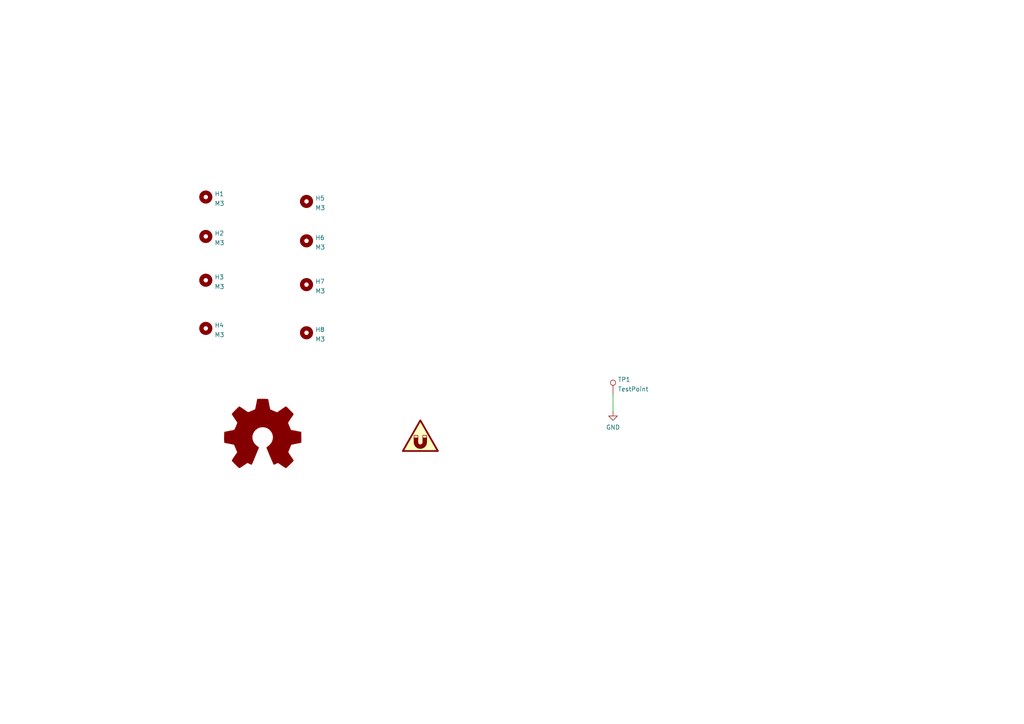
<source format=kicad_sch>
(kicad_sch (version 20230121) (generator eeschema)
  (paper "A4")
  (title_block (title "Max 100x100 ") (date "2023-03-25") (company "Copyright (c) 2023 Andrew Fischer") (comment 3 "https://creativecommons.org/licenses/by-nc/4.0/deed.en_GB") (comment 4 "Licensed Under Creative Commons CC BY-NC-SA 4.0"))
  (lib_symbols
    (symbol "Connector:TestPoint" (pin_numbers hide) (pin_names (offset 0.762) hide)
      (property "Reference" "TP" (at 0 6.858 0))
      (property "Value" "TestPoint" (at 0 5.08 0))
      (symbol "TestPoint_0_1"
        (circle (center 0 3.302) (radius 0.762))
      )
      (symbol "TestPoint_1_1"
        (pin passive line (at 0 0 90) (length 2.54) (name "1") (number "1"))
      )
    )
    (symbol "Graphic:Logo_Open_Hardware_Large" (pin_names (offset 1.016))
      (symbol "Logo_Open_Hardware_Large_1_1"
        (polyline (pts (xy 6.731 -8.7122) (xy 6.6294 -8.6614) (xy 6.35 -8.4836) (xy 5.9944 -8.255) (xy 5.5372 -7.9502) (xy 5.1054 -7.6454) (xy 4.7498 -7.4168) (xy 4.4958 -7.239) (xy 4.3942 -7.1882) (xy 4.318 -7.2136) (xy 4.1148 -7.3152) (xy 3.81 -7.4676) (xy 3.6322 -7.5692) (xy 3.3528 -7.6708) (xy 3.2258 -7.6962) (xy 3.2004 -7.6708) (xy 3.0988 -7.4676) (xy 2.9464 -7.0866) (xy 2.7178 -6.604) (xy 2.4892 -6.0452) (xy 2.2352 -5.4356) (xy 1.9558 -4.826) (xy 1.7272 -4.2164) (xy 1.4986 -3.683) (xy 1.3208 -3.2512) (xy 1.2192 -2.9464) (xy 1.1684 -2.8194) (xy 1.1938 -2.794) (xy 1.3208 -2.667) (xy 1.5748 -2.4892) (xy 2.0828 -2.0574) (xy 2.6162 -1.397) (xy 2.921 -0.6604) (xy 3.048 0.1524) (xy 2.9464 0.9144) (xy 2.6416 1.6256) (xy 2.1336 2.286) (xy 1.524 2.7686) (xy 0.8128 3.0734) (xy 0 3.175) (xy -0.762 3.0988) (xy -1.4986 2.794) (xy -2.159 2.286) (xy -2.4384 1.9812) (xy -2.8194 1.3208) (xy -3.048 0.6096) (xy -3.0734 0.4318) (xy -3.0226 -0.3556) (xy -2.794 -1.0922) (xy -2.3876 -1.7526) (xy -1.8288 -2.3114) (xy -1.7526 -2.3622) (xy -1.4732 -2.5654) (xy -1.2954 -2.6924) (xy -1.1684 -2.8194) (xy -2.159 -5.207) (xy -2.3114 -5.588) (xy -2.5908 -6.2484) (xy -2.8194 -6.8072) (xy -3.0226 -7.2644) (xy -3.1496 -7.5692) (xy -3.2258 -7.6708) (xy -3.2258 -7.6962) (xy -3.302 -7.6962) (xy -3.4798 -7.6454) (xy -3.8354 -7.4676) (xy -4.0386 -7.366) (xy -4.2926 -7.239) (xy -4.4196 -7.1882) (xy -4.5212 -7.239) (xy -4.7498 -7.3914) (xy -5.1054 -7.6454) (xy -5.5372 -7.9248) (xy -5.9436 -8.2042) (xy -6.3246 -8.4582) (xy -6.604 -8.636) (xy -6.731 -8.7122) (xy -6.7564 -8.7122) (xy -6.858 -8.636) (xy -7.0866 -8.4582) (xy -7.4168 -8.1534) (xy -7.874 -7.6962) (xy -7.9502 -7.62) (xy -8.3312 -7.239) (xy -8.636 -6.9088) (xy -8.8392 -6.6802) (xy -8.9154 -6.5786) (xy -8.9154 -6.5786) (xy -8.8392 -6.4516) (xy -8.6614 -6.1722) (xy -8.4328 -5.7912) (xy -8.128 -5.3594) (xy -7.3152 -4.191) (xy -7.7724 -3.0988) (xy -7.8994 -2.7686) (xy -8.0772 -2.3622) (xy -8.2042 -2.0828) (xy -8.255 -1.9558) (xy -8.382 -1.905) (xy -8.6614 -1.8542) (xy -9.0932 -1.7526) (xy -9.6266 -1.651) (xy -10.1092 -1.5748) (xy -10.541 -1.4732) (xy -10.8712 -1.4224) (xy -11.0236 -1.397) (xy -11.049 -1.3716) (xy -11.0744 -1.2954) (xy -11.0998 -1.143) (xy -11.0998 -0.889) (xy -11.1252 -0.4572) (xy -11.1252 0.1524) (xy -11.1252 0.2286) (xy -11.0998 0.8128) (xy -11.0998 1.27) (xy -11.0744 1.5494) (xy -11.0744 1.6764) (xy -11.0744 1.6764) (xy -10.922 1.7018) (xy -10.6172 1.778) (xy -10.16 1.8542) (xy -9.652 1.9558) (xy -9.6012 1.9812) (xy -9.0932 2.0828) (xy -8.636 2.159) (xy -8.3312 2.2352) (xy -8.2042 2.286) (xy -8.1788 2.3114) (xy -8.0772 2.5146) (xy -7.9248 2.8448) (xy -7.747 3.2512) (xy -7.5692 3.6576) (xy -7.4168 4.0386) (xy -7.3152 4.318) (xy -7.2898 4.445) (xy -7.2898 4.445) (xy -7.366 4.572) (xy -7.5438 4.826) (xy -7.7978 5.207) (xy -8.128 5.6642) (xy -8.128 5.6896) (xy -8.4328 6.1468) (xy -8.6868 6.5278) (xy -8.8392 6.7818) (xy -8.9154 6.9088) (xy -8.9154 6.9088) (xy -8.8138 7.0358) (xy -8.5852 7.2898) (xy -8.255 7.6454) (xy -7.874 8.0264) (xy -7.747 8.1534) (xy -7.3152 8.5852) (xy -7.0104 8.8646) (xy -6.8326 8.9916) (xy -6.731 9.0424) (xy -6.731 9.0424) (xy -6.604 8.9408) (xy -6.3246 8.763) (xy -5.9436 8.509) (xy -5.4864 8.2042) (xy -5.461 8.1788) (xy -5.0038 7.874) (xy -4.6482 7.62) (xy -4.3688 7.4422) (xy -4.2672 7.3914) (xy -4.2418 7.3914) (xy -4.064 7.4422) (xy -3.7338 7.5438) (xy -3.3528 7.6962) (xy -2.9464 7.874) (xy -2.5654 8.0264) (xy -2.286 8.1534) (xy -2.159 8.2296) (xy -2.159 8.2296) (xy -2.1082 8.382) (xy -2.032 8.7122) (xy -1.9304 9.1694) (xy -1.8288 9.7282) (xy -1.8034 9.8044) (xy -1.7018 10.3378) (xy -1.6256 10.7696) (xy -1.5748 11.0744) (xy -1.524 11.2014) (xy -1.4478 11.2268) (xy -1.1938 11.2522) (xy -0.8128 11.2522) (xy -0.3302 11.2522) (xy 0.1524 11.2522) (xy 0.6604 11.2522) (xy 1.0668 11.2268) (xy 1.3716 11.2014) (xy 1.4986 11.176) (xy 1.4986 11.176) (xy 1.5494 11.0236) (xy 1.6256 10.6934) (xy 1.7018 10.2108) (xy 1.8288 9.6774) (xy 1.8288 9.5758) (xy 1.9304 9.0424) (xy 2.032 8.6106) (xy 2.0828 8.3058) (xy 2.1336 8.2042) (xy 2.159 8.1788) (xy 2.3876 8.0772) (xy 2.7432 7.9248) (xy 3.175 7.747) (xy 4.191 7.3406) (xy 5.461 8.2042) (xy 5.5626 8.2804) (xy 6.0198 8.5852) (xy 6.3754 8.8392) (xy 6.6294 8.9916) (xy 6.7564 9.0424) (xy 6.7564 9.0424) (xy 6.8834 8.9408) (xy 7.1374 8.7122) (xy 7.4676 8.382) (xy 7.8486 7.9756) (xy 8.1534 7.6962) (xy 8.4836 7.3406) (xy 8.7122 7.112) (xy 8.8392 6.9596) (xy 8.8646 6.858) (xy 8.8646 6.8072) (xy 8.7884 6.6802) (xy 8.6106 6.4008) (xy 8.3312 6.0198) (xy 8.0264 5.588) (xy 7.7978 5.207) (xy 7.5184 4.8006) (xy 7.3406 4.4958) (xy 7.2898 4.3434) (xy 7.2898 4.2926) (xy 7.3914 4.0386) (xy 7.5184 3.683) (xy 7.7216 3.2258) (xy 8.1534 2.2352) (xy 8.7884 2.1082) (xy 9.1948 2.0574) (xy 9.7536 1.9304) (xy 10.2616 1.8288) (xy 11.0998 1.6764) (xy 11.1252 -1.3208) (xy 10.9982 -1.3716) (xy 10.8712 -1.397) (xy 10.5664 -1.4732) (xy 10.1346 -1.5494) (xy 9.6266 -1.651) (xy 9.1948 -1.7272) (xy 8.7376 -1.8288) (xy 8.4328 -1.8796) (xy 8.2804 -1.905) (xy 8.255 -1.9558) (xy 8.1534 -2.159) (xy 7.9756 -2.5146) (xy 7.8232 -2.921) (xy 7.6454 -3.3274) (xy 7.493 -3.7338) (xy 7.366 -4.0132) (xy 7.3406 -4.191) (xy 7.3914 -4.2926) (xy 7.5692 -4.5466) (xy 7.7978 -4.9276) (xy 8.1026 -5.3594) (xy 8.4074 -5.7912) (xy 8.6614 -6.1722) (xy 8.8138 -6.4262) (xy 8.89 -6.5532) (xy 8.8646 -6.6548) (xy 8.6868 -6.858) (xy 8.3566 -7.1882) (xy 7.874 -7.6708) (xy 7.7978 -7.747) (xy 7.3914 -8.128) (xy 7.0612 -8.4328) (xy 6.8326 -8.636) (xy 6.731 -8.7122)) (fill (type outline)))
      )
    )
    (symbol "Graphic:SYM_Magnet_Large" (pin_names (offset 1.016) hide)
      (symbol "SYM_Magnet_Large_0_1"
        (rectangle (start -1.8288 -1.27) (end -0.7112 -2.54) (fill (type outline)))
        (rectangle (start -1.8288 -0.5334) (end -0.7112 -1.8034) (fill (type background)))
        (arc (start -1.27 -2.54) (mid 0 -3.8045) (end 1.27 -2.54) (stroke (width 1.27)))
        (polyline (pts (xy -5.08 -5.08) (xy 5.08 -5.08) (xy 0 3.81) (xy -5.08 -5.08)) (stroke (width 0.508)) (fill (type background)))
        (rectangle (start 0.7112 -1.27) (end 1.8288 -2.54) (fill (type outline)))
        (rectangle (start 0.7112 -0.5334) (end 1.8288 -1.8034) (fill (type background)))
      )
    )
    (symbol "Mechanical:MountingHole" (pin_names (offset 1.016))
      (property "Reference" "H" (at 0 5.08 0))
      (property "Value" "MountingHole" (at 0 3.175 0))
      (symbol "MountingHole_0_1"
        (circle (center 0 0) (radius 1.27) (stroke (width 1.27)))
      )
    )
    (symbol "power:GND" (power) (pin_names (offset 0))
      (property "Value" "GND" (at 0 -3.81 0))
      (symbol "GND_0_1"
        (polyline (pts (xy 0 0) (xy 0 -1.27) (xy 1.27 -1.27) (xy 0 -2.54) (xy -1.27 -1.27) (xy 0 -1.27)))
      )
      (symbol "GND_1_1"
        (pin power_in line (at 0 0 270) (length 0) hide (name "GND") (number "1"))
      )
    )
  )
  (wire (pts (xy 177.8 114.3) (xy 177.8 119.38)))
  (symbol (lib_id "Connector:TestPoint") (at 177.8 114.3 0) (unit 1)
    (property "Reference" "TP1" (at 179.197 110.0895 0) (effects (justify left)))
    (property "Value" "TestPoint" (at 179.197 112.8646 0) (effects (justify left)))
    (property "Footprint" "TestPoint:TestPoint_THTPad_D4.0mm_Drill2.0mm" (effects hide))
  )
  (symbol (lib_id "Mechanical:MountingHole") (at 88.9 96.52 0) (unit 1)
    (property "Reference" "H8" (at 91.44 95.6115 0) (effects (justify left)))
    (property "Value" "M3" (at 91.44 98.3866 0) (effects (justify left)))
    (property "Footprint" "MountingHole:MountingHole_3.2mm_M3" (effects hide))
  )
  (symbol (lib_id "Graphic:Logo_Open_Hardware_Large") (at 76.2 127 0) (unit 1)
    (property "Reference" "#LOGO1" (effects hide))
    (property "Value" "Logo_Open_Hardware_Large" (effects hide))
    (property "Footprint" "Symbol:OSHW-Logo2_9.8x8mm_SilkScreen" (effects hide))
  )
  (symbol (lib_id "Mechanical:MountingHole") (at 88.9 82.55 0) (unit 1)
    (property "Reference" "H7" (at 91.44 81.6415 0) (effects (justify left)))
    (property "Value" "M3" (at 91.44 84.4166 0) (effects (justify left)))
    (property "Footprint" "MountingHole:MountingHole_3.2mm_M3" (effects hide))
  )
  (symbol (lib_id "Mechanical:MountingHole") (at 88.9 69.85 0) (unit 1)
    (property "Reference" "H6" (at 91.44 68.9415 0) (effects (justify left)))
    (property "Value" "M3" (at 91.44 71.7166 0) (effects (justify left)))
    (property "Footprint" "MountingHole:MountingHole_3.2mm_M3" (effects hide))
  )
  (symbol (lib_id "Mechanical:MountingHole") (at 88.9 58.42 0) (unit 1)
    (property "Reference" "H5" (at 91.44 57.5115 0) (effects (justify left)))
    (property "Value" "M3" (at 91.44 60.2866 0) (effects (justify left)))
    (property "Footprint" "MountingHole:MountingHole_3.2mm_M3" (effects hide))
  )
  (symbol (lib_id "Mechanical:MountingHole") (at 59.69 81.28 0) (unit 1)
    (property "Reference" "H3" (at 62.23 80.3715 0) (effects (justify left)))
    (property "Value" "M3" (at 62.23 83.1466 0) (effects (justify left)))
    (property "Footprint" "MountingHole:MountingHole_3.2mm_M3" (effects hide))
  )
  (symbol (lib_id "Mechanical:MountingHole") (at 59.69 57.15 0) (unit 1)
    (property "Reference" "H1" (at 62.23 56.2415 0) (effects (justify left)))
    (property "Value" "M3" (at 62.23 59.0166 0) (effects (justify left)))
    (property "Footprint" "MountingHole:MountingHole_3.2mm_M3" (effects hide))
  )
  (symbol (lib_id "Graphic:SYM_Magnet_Large") (at 121.92 125.73 0) (unit 1)
    (property "Reference" "#SYM1" (effects hide))
    (property "Value" "SYM_Magnet_Large" (effects hide))
    (property "Footprint" "MRSafety:MR_Unsafe" (effects hide))
  )
  (symbol (lib_id "power:GND") (at 177.8 119.38 0) (unit 1)
    (property "Reference" "#PWR01" (effects hide))
    (property "Value" "GND" (at 177.8 123.9425 0))
  )
  (symbol (lib_id "Mechanical:MountingHole") (at 59.69 95.25 0) (unit 1)
    (property "Reference" "H4" (at 62.23 94.3415 0) (effects (justify left)))
    (property "Value" "M3" (at 62.23 97.1166 0) (effects (justify left)))
    (property "Footprint" "MountingHole:MountingHole_3.2mm_M3" (effects hide))
  )
  (symbol (lib_id "Mechanical:MountingHole") (at 59.69 68.58 0) (unit 1)
    (property "Reference" "H2" (at 62.23 67.6715 0) (effects (justify left)))
    (property "Value" "M3" (at 62.23 70.4466 0) (effects (justify left)))
    (property "Footprint" "MountingHole:MountingHole_3.2mm_M3" (effects hide))
  )
)
</source>
